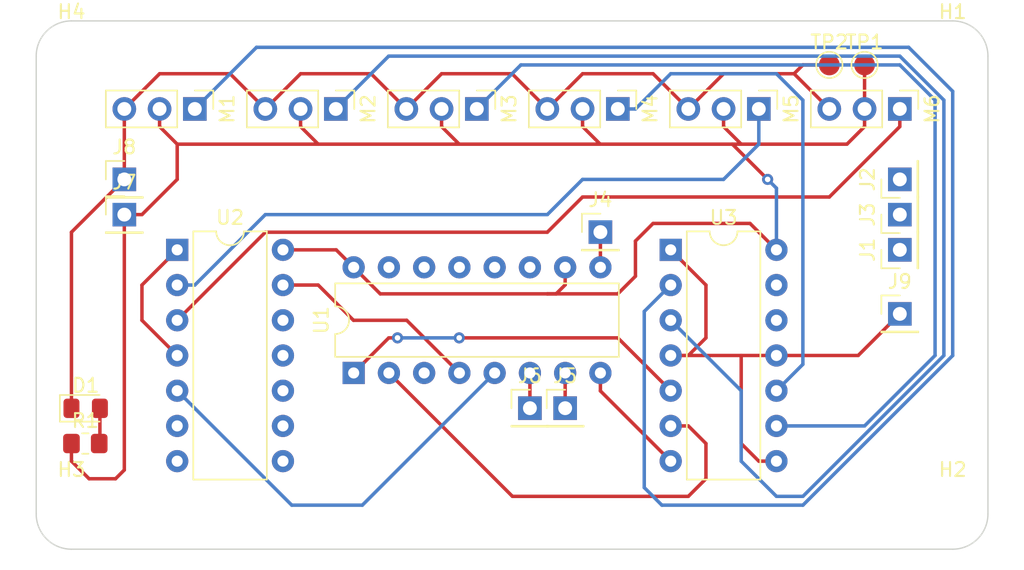
<source format=kicad_pcb>
(kicad_pcb (version 20221018) (generator pcbnew)
  (layers (0 "F.Cu" signal) (31 "B.Cu" signal) (34 "B.Paste" user) (35 "F.Paste" user) (36 "B.SilkS" user "B.Silkscreen") (37 "F.SilkS" user "F.Silkscreen") (38 "B.Mask" user) (39 "F.Mask" user) (44 "Edge.Cuts" user))
  (net 0 "")
  (net 1 "Net-(J1-Pin_1)")
  (net 2 "Net-(J2-Pin_1)")
  (net 3 "Net-(J3-Pin_1)")
  (net 4 "Net-(J4-Pin_1)")
  (net 5 "Net-(J5-Pin_1)")
  (net 6 "Net-(J6-Pin_1)")
  (net 7 "Net-(M1-PWM)")
  (net 8 "+5V")
  (net 9 "GND")
  (net 10 "Net-(M2-PWM)")
  (net 11 "Net-(M3-PWM)")
  (net 12 "Net-(M4-PWM)")
  (net 13 "Net-(M5-PWM)")
  (net 14 "Net-(M6-PWM)")
  (net 15 "Net-(U1-QB)")
  (net 16 "Net-(U1-QC)")
  (net 17 "Net-(U1-QD)")
  (net 18 "Net-(U1-QE)")
  (net 19 "Net-(U1-QF)")
  (net 20 "Net-(U1-QA)")
  (net 21 "Net-(D1-A)")
  (net 22 "Net-(J9-Pin_1)")
  (footprint "TestPoint:TestPoint_Pad_D1.5mm" (layer "F.Cu") (at 132.08 73.025)
    (fp_text reference "TP2" (at 0 -1.648) (layer "F.SilkS"))
    (fp_text value "TestPoint")
    (fp_circle (center 0 0) (end 0 0.95) (stroke (width 0.12)) (fill none) (layer "F.SilkS"))
    (pad "1" smd circle (at 0 0) (size 1.5 1.5) (layers "F.Cu" "F.Mask") (net 9 "GND"))
  )
  (footprint "MountingHole:MountingHole_2.2mm_M2" (layer "F.Cu") (at 77.47 72.39)
    (fp_text reference "H4" (at 0 -3.2) (layer "F.SilkS"))
    (fp_text value "MountingHole")
    (pad "" np_thru_hole circle (at 0 0) (size 2.2 2.2) (drill 2.2) (layers "*.Cu" "*.Mask"))
  )
  (footprint "Package_DIP:DIP-14_W7.62mm" (layer "F.Cu") (at 120.65 86.36)
    (fp_text reference "U3" (at 3.81 -2.33) (layer "F.SilkS"))
    (fp_text value "CD4066BE")
    (fp_line (start 1.16 -1.33) (end 1.16 16.57) (stroke (width 0.12)) (layer "F.SilkS"))
    (fp_line (start 1.16 16.57) (end 6.46 16.57) (stroke (width 0.12)) (layer "F.SilkS"))
    (fp_line (start 2.81 -1.33) (end 1.16 -1.33) (stroke (width 0.12)) (layer "F.SilkS"))
    (fp_line (start 6.46 -1.33) (end 4.81 -1.33) (stroke (width 0.12)) (layer "F.SilkS"))
    (fp_line (start 6.46 16.57) (end 6.46 -1.33) (stroke (width 0.12)) (layer "F.SilkS"))
    (fp_arc (start 4.81 -1.33) (mid 3.81 -0.33) (end 2.81 -1.33) (stroke (width 0.12)) (layer "F.SilkS"))
    (pad "1" thru_hole rect (at 0 0) (size 1.6 1.6) (drill 0.8) (layers "*.Cu" "*.Mask") (net 22 "Net-(J9-Pin_1)"))
    (pad "2" thru_hole oval (at 0 2.54) (size 1.6 1.6) (drill 0.8) (layers "*.Cu" "*.Mask") (net 7 "Net-(M1-PWM)"))
    (pad "3" thru_hole oval (at 0 5.08) (size 1.6 1.6) (drill 0.8) (layers "*.Cu" "*.Mask") (net 10 "Net-(M2-PWM)"))
    (pad "4" thru_hole oval (at 0 7.62) (size 1.6 1.6) (drill 0.8) (layers "*.Cu" "*.Mask") (net 22 "Net-(J9-Pin_1)"))
    (pad "5" thru_hole oval (at 0 10.16) (size 1.6 1.6) (drill 0.8) (layers "*.Cu" "*.Mask") (net 15 "Net-(U1-QB)"))
    (pad "6" thru_hole oval (at 0 12.7) (size 1.6 1.6) (drill 0.8) (layers "*.Cu" "*.Mask") (net 16 "Net-(U1-QC)"))
    (pad "7" thru_hole oval (at 0 15.24) (size 1.6 1.6) (drill 0.8) (layers "*.Cu" "*.Mask") (net 9 "GND"))
    (pad "8" thru_hole oval (at 7.62 15.24) (size 1.6 1.6) (drill 0.8) (layers "*.Cu" "*.Mask") (net 22 "Net-(J9-Pin_1)"))
    (pad "9" thru_hole oval (at 7.62 12.7) (size 1.6 1.6) (drill 0.8) (layers "*.Cu" "*.Mask") (net 11 "Net-(M3-PWM)"))
    (pad "10" thru_hole oval (at 7.62 10.16) (size 1.6 1.6) (drill 0.8) (layers "*.Cu" "*.Mask") (net 12 "Net-(M4-PWM)"))
    (pad "11" thru_hole oval (at 7.62 7.62) (size 1.6 1.6) (drill 0.8) (layers "*.Cu" "*.Mask") (net 22 "Net-(J9-Pin_1)"))
    (pad "12" thru_hole oval (at 7.62 5.08) (size 1.6 1.6) (drill 0.8) (layers "*.Cu" "*.Mask") (net 17 "Net-(U1-QD)"))
    (pad "13" thru_hole oval (at 7.62 2.54) (size 1.6 1.6) (drill 0.8) (layers "*.Cu" "*.Mask") (net 20 "Net-(U1-QA)"))
    (pad "14" thru_hole oval (at 7.62 0) (size 1.6 1.6) (drill 0.8) (layers "*.Cu" "*.Mask") (net 8 "+5V"))
  )
  (footprint "Connector_PinHeader_2.54mm:PinHeader_1x01_P2.54mm_Vertical" (layer "F.Cu") (at 81.28 81.28)
    (fp_text reference "J8" (at 0 -2.33) (layer "F.SilkS"))
    (fp_text value "Conn_01x01_Pin")
    (fp_line (start -1.33 -1.33) (end 0 -1.33) (stroke (width 0.12)) (layer "F.SilkS"))
    (fp_line (start -1.33 0) (end -1.33 -1.33) (stroke (width 0.12)) (layer "F.SilkS"))
    (fp_line (start -1.33 1.27) (end -1.33 1.33) (stroke (width 0.12)) (layer "F.SilkS"))
    (fp_line (start -1.33 1.27) (end 1.33 1.27) (stroke (width 0.12)) (layer "F.SilkS"))
    (fp_line (start -1.33 1.33) (end 1.33 1.33) (stroke (width 0.12)) (layer "F.SilkS"))
    (fp_line (start 1.33 1.27) (end 1.33 1.33) (stroke (width 0.12)) (layer "F.SilkS"))
    (pad "1" thru_hole rect (at 0 0) (size 1.7 1.7) (drill 1) (layers "*.Cu" "*.Mask") (net 9 "GND"))
  )
  (footprint "Connector_PinHeader_2.54mm:PinHeader_1x01_P2.54mm_Vertical" (layer "F.Cu") (at 137.16 90.98)
    (fp_text reference "J9" (at 0 -2.33) (layer "F.SilkS"))
    (fp_text value "Conn_01x01_Pin")
    (fp_line (start -1.33 -1.33) (end 0 -1.33) (stroke (width 0.12)) (layer "F.SilkS"))
    (fp_line (start -1.33 0) (end -1.33 -1.33) (stroke (width 0.12)) (layer "F.SilkS"))
    (fp_line (start -1.33 1.27) (end -1.33 1.33) (stroke (width 0.12)) (layer "F.SilkS"))
    (fp_line (start -1.33 1.27) (end 1.33 1.27) (stroke (width 0.12)) (layer "F.SilkS"))
    (fp_line (start -1.33 1.33) (end 1.33 1.33) (stroke (width 0.12)) (layer "F.SilkS"))
    (fp_line (start 1.33 1.27) (end 1.33 1.33) (stroke (width 0.12)) (layer "F.SilkS"))
    (pad "1" thru_hole rect (at 0 0) (size 1.7 1.7) (drill 1) (layers "*.Cu" "*.Mask") (net 22 "Net-(J9-Pin_1)"))
  )
  (footprint "Connector_PinHeader_2.54mm:PinHeader_1x01_P2.54mm_Vertical" (layer "F.Cu") (at 81.28 83.82)
    (fp_text reference "J7" (at 0 -2.33) (layer "F.SilkS"))
    (fp_text value "Conn_01x01_Pin")
    (fp_line (start -1.33 -1.33) (end 0 -1.33) (stroke (width 0.12)) (layer "F.SilkS"))
    (fp_line (start -1.33 0) (end -1.33 -1.33) (stroke (width 0.12)) (layer "F.SilkS"))
    (fp_line (start -1.33 1.27) (end -1.33 1.33) (stroke (width 0.12)) (layer "F.SilkS"))
    (fp_line (start -1.33 1.27) (end 1.33 1.27) (stroke (width 0.12)) (layer "F.SilkS"))
    (fp_line (start -1.33 1.33) (end 1.33 1.33) (stroke (width 0.12)) (layer "F.SilkS"))
    (fp_line (start 1.33 1.27) (end 1.33 1.33) (stroke (width 0.12)) (layer "F.SilkS"))
    (pad "1" thru_hole rect (at 0 0) (size 1.7 1.7) (drill 1) (layers "*.Cu" "*.Mask") (net 8 "+5V"))
  )
  (footprint "Connector_PinHeader_2.54mm:PinHeader_1x01_P2.54mm_Vertical" (layer "F.Cu") (at 137.16 81.28 90)
    (fp_text reference "J2" (at 0 -2.33 90) (layer "F.SilkS"))
    (fp_text value "Conn_01x01_Pin" hide)
    (fp_line (start -1.33 -1.33) (end 0 -1.33) (stroke (width 0.12)) (layer "F.SilkS"))
    (fp_line (start -1.33 0) (end -1.33 -1.33) (stroke (width 0.12)) (layer "F.SilkS"))
    (fp_line (start -1.33 1.27) (end -1.33 1.33) (stroke (width 0.12)) (layer "F.SilkS"))
    (fp_line (start -1.33 1.27) (end 1.33 1.27) (stroke (width 0.12)) (layer "F.SilkS"))
    (fp_line (start -1.33 1.33) (end 1.33 1.33) (stroke (width 0.12)) (layer "F.SilkS"))
    (fp_line (start 1.33 1.27) (end 1.33 1.33) (stroke (width 0.12)) (layer "F.SilkS"))
    (pad "1" thru_hole rect (at 0 0 90) (size 1.7 1.7) (drill 1) (layers "*.Cu" "*.Mask") (net 2 "Net-(J2-Pin_1)"))
  )
  (footprint "Connector_PinHeader_2.54mm:PinHeader_1x01_P2.54mm_Vertical" (layer "F.Cu") (at 110.505 97.78)
    (fp_text reference "J6" (at 0 -2.33) (layer "F.SilkS"))
    (fp_text value "Conn_01x01_Pin" hide)
    (fp_line (start -1.33 -1.33) (end 0 -1.33) (stroke (width 0.12)) (layer "F.SilkS"))
    (fp_line (start -1.33 0) (end -1.33 -1.33) (stroke (width 0.12)) (layer "F.SilkS"))
    (fp_line (start -1.33 1.27) (end -1.33 1.33) (stroke (width 0.12)) (layer "F.SilkS"))
    (fp_line (start -1.33 1.27) (end 1.33 1.27) (stroke (width 0.12)) (layer "F.SilkS"))
    (fp_line (start -1.33 1.33) (end 1.33 1.33) (stroke (width 0.12)) (layer "F.SilkS"))
    (fp_line (start 1.33 1.27) (end 1.33 1.33) (stroke (width 0.12)) (layer "F.SilkS"))
    (pad "1" thru_hole rect (at 0 0) (size 1.7 1.7) (drill 1) (layers "*.Cu" "*.Mask") (net 6 "Net-(J6-Pin_1)"))
  )
  (footprint "MountingHole:MountingHole_2.2mm_M2" (layer "F.Cu") (at 140.97 72.39)
    (fp_text reference "H1" (at 0 -3.2) (layer "F.SilkS"))
    (fp_text value "MountingHole")
    (pad "" np_thru_hole circle (at 0 0) (size 2.2 2.2) (drill 2.2) (layers "*.Cu" "*.Mask"))
  )
  (footprint "Connector_PinHeader_2.54mm:PinHeader_1x03_P2.54mm_Vertical" (layer "F.Cu") (at 137.16 76.2 -90)
    (fp_text reference "M6" (at 0 -2.33 90) (layer "F.SilkS"))
    (fp_text value "Motor_Servo")
    (fp_line (start -1.33 -1.33) (end 0 -1.33) (stroke (width 0.12)) (layer "F.SilkS"))
    (fp_line (start -1.33 0) (end -1.33 -1.33) (stroke (width 0.12)) (layer "F.SilkS"))
    (fp_line (start -1.33 1.27) (end -1.33 6.41) (stroke (width 0.12)) (layer "F.SilkS"))
    (fp_line (start -1.33 1.27) (end 1.33 1.27) (stroke (width 0.12)) (layer "F.SilkS"))
    (fp_line (start -1.33 6.41) (end 1.33 6.41) (stroke (width 0.12)) (layer "F.SilkS"))
    (fp_line (start 1.33 1.27) (end 1.33 6.41) (stroke (width 0.12)) (layer "F.SilkS"))
    (pad "1" thru_hole rect (at 0 0 270) (size 1.7 1.7) (drill 1) (layers "*.Cu" "*.Mask") (net 14 "Net-(M6-PWM)"))
    (pad "2" thru_hole oval (at 0 2.54 270) (size 1.7 1.7) (drill 1) (layers "*.Cu" "*.Mask") (net 8 "+5V"))
    (pad "3" thru_hole oval (at 0 5.08 270) (size 1.7 1.7) (drill 1) (layers "*.Cu" "*.Mask") (net 9 "GND"))
  )
  (footprint "Connector_PinHeader_2.54mm:PinHeader_1x03_P2.54mm_Vertical" (layer "F.Cu") (at 86.36 76.2 -90)
    (fp_text reference "M1" (at 0 -2.33 90) (layer "F.SilkS"))
    (fp_text value "Motor_Servo")
    (fp_line (start -1.33 -1.33) (end 0 -1.33) (stroke (width 0.12)) (layer "F.SilkS"))
    (fp_line (start -1.33 0) (end -1.33 -1.33) (stroke (width 0.12)) (layer "F.SilkS"))
    (fp_line (start -1.33 1.27) (end -1.33 6.41) (stroke (width 0.12)) (layer "F.SilkS"))
    (fp_line (start -1.33 1.27) (end 1.33 1.27) (stroke (width 0.12)) (layer "F.SilkS"))
    (fp_line (start -1.33 6.41) (end 1.33 6.41) (stroke (width 0.12)) (layer "F.SilkS"))
    (fp_line (start 1.33 1.27) (end 1.33 6.41) (stroke (width 0.12)) (layer "F.SilkS"))
    (pad "1" thru_hole rect (at 0 0 270) (size 1.7 1.7) (drill 1) (layers "*.Cu" "*.Mask") (net 7 "Net-(M1-PWM)"))
    (pad "2" thru_hole oval (at 0 2.54 270) (size 1.7 1.7) (drill 1) (layers "*.Cu" "*.Mask") (net 8 "+5V"))
    (pad "3" thru_hole oval (at 0 5.08 270) (size 1.7 1.7) (drill 1) (layers "*.Cu" "*.Mask") (net 9 "GND"))
  )
  (footprint "Connector_PinHeader_2.54mm:PinHeader_1x03_P2.54mm_Vertical" (layer "F.Cu") (at 106.68 76.2 -90)
    (fp_text reference "M3" (at 0 -2.33 90) (layer "F.SilkS"))
    (fp_text value "Motor_Servo")
    (fp_line (start -1.33 -1.33) (end 0 -1.33) (stroke (width 0.12)) (layer "F.SilkS"))
    (fp_line (start -1.33 0) (end -1.33 -1.33) (stroke (width 0.12)) (layer "F.SilkS"))
    (fp_line (start -1.33 1.27) (end -1.33 6.41) (stroke (width 0.12)) (layer "F.SilkS"))
    (fp_line (start -1.33 1.27) (end 1.33 1.27) (stroke (width 0.12)) (layer "F.SilkS"))
    (fp_line (start -1.33 6.41) (end 1.33 6.41) (stroke (width 0.12)) (layer "F.SilkS"))
    (fp_line (start 1.33 1.27) (end 1.33 6.41) (stroke (width 0.12)) (layer "F.SilkS"))
    (pad "1" thru_hole rect (at 0 0 270) (size 1.7 1.7) (drill 1) (layers "*.Cu" "*.Mask") (net 11 "Net-(M3-PWM)"))
    (pad "2" thru_hole oval (at 0 2.54 270) (size 1.7 1.7) (drill 1) (layers "*.Cu" "*.Mask") (net 8 "+5V"))
    (pad "3" thru_hole oval (at 0 5.08 270) (size 1.7 1.7) (drill 1) (layers "*.Cu" "*.Mask") (net 9 "GND"))
  )
  (footprint "Connector_PinHeader_2.54mm:PinHeader_1x03_P2.54mm_Vertical" (layer "F.Cu") (at 96.52 76.2 -90)
    (fp_text reference "M2" (at 0 -2.33 90) (layer "F.SilkS"))
    (fp_text value "Motor_Servo")
    (fp_line (start -1.33 -1.33) (end 0 -1.33) (stroke (width 0.12)) (layer "F.SilkS"))
    (fp_line (start -1.33 0) (end -1.33 -1.33) (stroke (width 0.12)) (layer "F.SilkS"))
    (fp_line (start -1.33 1.27) (end -1.33 6.41) (stroke (width 0.12)) (layer "F.SilkS"))
    (fp_line (start -1.33 1.27) (end 1.33 1.27) (stroke (width 0.12)) (layer "F.SilkS"))
    (fp_line (start -1.33 6.41) (end 1.33 6.41) (stroke (width 0.12)) (layer "F.SilkS"))
    (fp_line (start 1.33 1.27) (end 1.33 6.41) (stroke (width 0.12)) (layer "F.SilkS"))
    (pad "1" thru_hole rect (at 0 0 270) (size 1.7 1.7) (drill 1) (layers "*.Cu" "*.Mask") (net 10 "Net-(M2-PWM)"))
    (pad "2" thru_hole oval (at 0 2.54 270) (size 1.7 1.7) (drill 1) (layers "*.Cu" "*.Mask") (net 8 "+5V"))
    (pad "3" thru_hole oval (at 0 5.08 270) (size 1.7 1.7) (drill 1) (layers "*.Cu" "*.Mask") (net 9 "GND"))
  )
  (footprint "Connector_PinHeader_2.54mm:PinHeader_1x01_P2.54mm_Vertical" (layer "F.Cu") (at 137.16 86.36 90)
    (fp_text reference "J1" (at 0 -2.33 90) (layer "F.SilkS"))
    (fp_text value "Conn_01x01_Pin" hide)
    (fp_line (start -1.33 -1.33) (end 0 -1.33) (stroke (width 0.12)) (layer "F.SilkS"))
    (fp_line (start -1.33 0) (end -1.33 -1.33) (stroke (width 0.12)) (layer "F.SilkS"))
    (fp_line (start -1.33 1.27) (end -1.33 1.33) (stroke (width 0.12)) (layer "F.SilkS"))
    (fp_line (start -1.33 1.27) (end 1.33 1.27) (stroke (width 0.12)) (layer "F.SilkS"))
    (fp_line (start -1.33 1.33) (end 1.33 1.33) (stroke (width 0.12)) (layer "F.SilkS"))
    (fp_line (start 1.33 1.27) (end 1.33 1.33) (stroke (width 0.12)) (layer "F.SilkS"))
    (pad "1" thru_hole rect (at 0 0 90) (size 1.7 1.7) (drill 1) (layers "*.Cu" "*.Mask") (net 1 "Net-(J1-Pin_1)"))
  )
  (footprint "Package_DIP:DIP-14_W7.62mm" (layer "F.Cu") (at 85.09 86.36)
    (fp_text reference "U2" (at 3.81 -2.33) (layer "F.SilkS"))
    (fp_text value "CD4066BE")
    (fp_line (start 1.16 -1.33) (end 1.16 16.57) (stroke (width 0.12)) (layer "F.SilkS"))
    (fp_line (start 1.16 16.57) (end 6.46 16.57) (stroke (width 0.12)) (layer "F.SilkS"))
    (fp_line (start 2.81 -1.33) (end 1.16 -1.33) (stroke (width 0.12)) (layer "F.SilkS"))
    (fp_line (start 6.46 -1.33) (end 4.81 -1.33) (stroke (width 0.12)) (layer "F.SilkS"))
    (fp_line (start 6.46 16.57) (end 6.46 -1.33) (stroke (width 0.12)) (layer "F.SilkS"))
    (fp_arc (start 4.81 -1.33) (mid 3.81 -0.33) (end 2.81 -1.33) (stroke (width 0.12)) (layer "F.SilkS"))
    (pad "1" thru_hole rect (at 0 0) (size 1.6 1.6) (drill 0.8) (layers "*.Cu" "*.Mask") (net 22 "Net-(J9-Pin_1)"))
    (pad "2" thru_hole oval (at 0 2.54) (size 1.6 1.6) (drill 0.8) (layers "*.Cu" "*.Mask") (net 13 "Net-(M5-PWM)"))
    (pad "3" thru_hole oval (at 0 5.08) (size 1.6 1.6) (drill 0.8) (layers "*.Cu" "*.Mask") (net 14 "Net-(M6-PWM)"))
    (pad "4" thru_hole oval (at 0 7.62) (size 1.6 1.6) (drill 0.8) (layers "*.Cu" "*.Mask") (net 22 "Net-(J9-Pin_1)"))
    (pad "5" thru_hole oval (at 0 10.16) (size 1.6 1.6) (drill 0.8) (layers "*.Cu" "*.Mask") (net 19 "Net-(U1-QF)"))
    (pad "6" thru_hole oval (at 0 12.7) (size 1.6 1.6) (drill 0.8) (layers "*.Cu" "*.Mask"))
    (pad "7" thru_hole oval (at 0 15.24) (size 1.6 1.6) (drill 0.8) (layers "*.Cu" "*.Mask") (net 9 "GND"))
    (pad "8" thru_hole oval (at 7.62 15.24) (size 1.6 1.6) (drill 0.8) (layers "*.Cu" "*.Mask"))
    (pad "9" thru_hole oval (at 7.62 12.7) (size 1.6 1.6) (drill 0.8) (layers "*.Cu" "*.Mask"))
    (pad "10" thru_hole oval (at 7.62 10.16) (size 1.6 1.6) (drill 0.8) (layers "*.Cu" "*.Mask"))
    (pad "11" thru_hole oval (at 7.62 7.62) (size 1.6 1.6) (drill 0.8) (layers "*.Cu" "*.Mask"))
    (pad "12" thru_hole oval (at 7.62 5.08) (size 1.6 1.6) (drill 0.8) (layers "*.Cu" "*.Mask"))
    (pad "13" thru_hole oval (at 7.62 2.54) (size 1.6 1.6) (drill 0.8) (layers "*.Cu" "*.Mask") (net 18 "Net-(U1-QE)"))
    (pad "14" thru_hole oval (at 7.62 0) (size 1.6 1.6) (drill 0.8) (layers "*.Cu" "*.Mask") (net 8 "+5V"))
  )
  (footprint "Connector_PinHeader_2.54mm:PinHeader_1x01_P2.54mm_Vertical" (layer "F.Cu") (at 115.585 85.08)
    (fp_text reference "J4" (at 0 -2.33) (layer "F.SilkS"))
    (fp_text value "Conn_01x01_Pin" hide)
    (fp_line (start -1.33 -1.33) (end 0 -1.33) (stroke (width 0.12)) (layer "F.SilkS"))
    (fp_line (start -1.33 0) (end -1.33 -1.33) (stroke (width 0.12)) (layer "F.SilkS"))
    (fp_line (start -1.33 1.27) (end -1.33 1.33) (stroke (width 0.12)) (layer "F.SilkS"))
    (fp_line (start -1.33 1.27) (end 1.33 1.27) (stroke (width 0.12)) (layer "F.SilkS"))
    (fp_line (start -1.33 1.33) (end 1.33 1.33) (stroke (width 0.12)) (layer "F.SilkS"))
    (fp_line (start 1.33 1.27) (end 1.33 1.33) (stroke (width 0.12)) (layer "F.SilkS"))
    (pad "1" thru_hole rect (at 0 0) (size 1.7 1.7) (drill 1) (layers "*.Cu" "*.Mask") (net 4 "Net-(J4-Pin_1)"))
  )
  (footprint "Connector_PinHeader_2.54mm:PinHeader_1x03_P2.54mm_Vertical" (layer "F.Cu") (at 127 76.2 -90)
    (fp_text reference "M5" (at 0 -2.33 90) (layer "F.SilkS"))
    (fp_text value "Motor_Servo")
    (fp_line (start -1.33 -1.33) (end 0 -1.33) (stroke (width 0.12)) (layer "F.SilkS"))
    (fp_line (start -1.33 0) (end -1.33 -1.33) (stroke (width 0.12)) (layer "F.SilkS"))
    (fp_line (start -1.33 1.27) (end -1.33 6.41) (stroke (width 0.12)) (layer "F.SilkS"))
    (fp_line (start -1.33 1.27) (end 1.33 1.27) (stroke (width 0.12)) (layer "F.SilkS"))
    (fp_line (start -1.33 6.41) (end 1.33 6.41) (stroke (width 0.12)) (layer "F.SilkS"))
    (fp_line (start 1.33 1.27) (end 1.33 6.41) (stroke (width 0.12)) (layer "F.SilkS"))
    (pad "1" thru_hole rect (at 0 0 270) (size 1.7 1.7) (drill 1) (layers "*.Cu" "*.Mask") (net 13 "Net-(M5-PWM)"))
    (pad "2" thru_hole oval (at 0 2.54 270) (size 1.7 1.7) (drill 1) (layers "*.Cu" "*.Mask") (net 8 "+5V"))
    (pad "3" thru_hole oval (at 0 5.08 270) (size 1.7 1.7) (drill 1) (layers "*.Cu" "*.Mask") (net 9 "GND"))
  )
  (footprint "Connector_PinHeader_2.54mm:PinHeader_1x01_P2.54mm_Vertical" (layer "F.Cu") (at 137.16 83.82 90)
    (fp_text reference "J3" (at 0 -2.33 90) (layer "F.SilkS"))
    (fp_text value "Conn_01x01_Pin" hide)
    (fp_line (start -1.33 -1.33) (end 0 -1.33) (stroke (width 0.12)) (layer "F.SilkS"))
    (fp_line (start -1.33 0) (end -1.33 -1.33) (stroke (width 0.12)) (layer "F.SilkS"))
    (fp_line (start -1.33 1.27) (end -1.33 1.33) (stroke (width 0.12)) (layer "F.SilkS"))
    (fp_line (start -1.33 1.27) (end 1.33 1.27) (stroke (width 0.12)) (layer "F.SilkS"))
    (fp_line (start -1.33 1.33) (end 1.33 1.33) (stroke (width 0.12)) (layer "F.SilkS"))
    (fp_line (start 1.33 1.27) (end 1.33 1.33) (stroke (width 0.12)) (layer "F.SilkS"))
    (pad "1" thru_hole rect (at 0 0 90) (size 1.7 1.7) (drill 1) (layers "*.Cu" "*.Mask") (net 3 "Net-(J3-Pin_1)"))
  )
  (footprint "MountingHole:MountingHole_2.2mm_M2" (layer "F.Cu") (at 140.97 105.41)
    (fp_text reference "H2" (at 0 -3.2) (layer "F.SilkS"))
    (fp_text value "MountingHole")
    (pad "" np_thru_hole circle (at 0 0) (size 2.2 2.2) (drill 2.2) (layers "*.Cu" "*.Mask"))
  )
  (footprint "TestPoint:TestPoint_Pad_D1.5mm" (layer "F.Cu") (at 134.62 73.025)
    (fp_text reference "TP1" (at 0 -1.648) (layer "F.SilkS"))
    (fp_text value "TestPoint")
    (fp_circle (center 0 0) (end 0 0.95) (stroke (width 0.12)) (fill none) (layer "F.SilkS"))
    (pad "1" smd circle (at 0 0) (size 1.5 1.5) (layers "F.Cu" "F.Mask") (net 8 "+5V"))
  )
  (footprint "MountingHole:MountingHole_2.2mm_M2" (layer "F.Cu") (at 77.47 105.41)
    (fp_text reference "H3" (at 0 -3.2) (layer "F.SilkS"))
    (fp_text value "MountingHole")
    (pad "" np_thru_hole circle (at 0 0) (size 2.2 2.2) (drill 2.2) (layers "*.Cu" "*.Mask"))
  )
  (footprint "Connector_PinHeader_2.54mm:PinHeader_1x01_P2.54mm_Vertical" (layer "F.Cu") (at 113.045 97.78)
    (fp_text reference "J5" (at 0 -2.33) (layer "F.SilkS"))
    (fp_text value "Conn_01x01_Pin" hide)
    (fp_line (start -1.33 -1.33) (end 0 -1.33) (stroke (width 0.12)) (layer "F.SilkS"))
    (fp_line (start -1.33 0) (end -1.33 -1.33) (stroke (width 0.12)) (layer "F.SilkS"))
    (fp_line (start -1.33 1.27) (end -1.33 1.33) (stroke (width 0.12)) (layer "F.SilkS"))
    (fp_line (start -1.33 1.27) (end 1.33 1.27) (stroke (width 0.12)) (layer "F.SilkS"))
    (fp_line (start -1.33 1.33) (end 1.33 1.33) (stroke (width 0.12)) (layer "F.SilkS"))
    (fp_line (start 1.33 1.27) (end 1.33 1.33) (stroke (width 0.12)) (layer "F.SilkS"))
    (pad "1" thru_hole rect (at 0 0) (size 1.7 1.7) (drill 1) (layers "*.Cu" "*.Mask") (net 5 "Net-(J5-Pin_1)"))
  )
  (footprint "Package_DIP:DIP-16_W7.62mm" (layer "F.Cu") (at 97.805 95.24 90)
    (fp_text reference "U1" (at 3.81 -2.33 90) (layer "F.SilkS"))
    (fp_text value "74HC595")
    (fp_line (start 1.16 -1.33) (end 1.16 19.11) (stroke (width 0.12)) (layer "F.SilkS"))
    (fp_line (start 1.16 19.11) (end 6.46 19.11) (stroke (width 0.12)) (layer "F.SilkS"))
    (fp_line (start 2.81 -1.33) (end 1.16 -1.33) (stroke (width 0.12)) (layer "F.SilkS"))
    (fp_line (start 6.46 -1.33) (end 4.81 -1.33) (stroke (width 0.12)) (layer "F.SilkS"))
    (fp_line (start 6.46 19.11) (end 6.46 -1.33) (stroke (width 0.12)) (layer "F.SilkS"))
    (fp_arc (start 4.81 -1.33) (mid 3.81 -0.33) (end 2.81 -1.33) (stroke (width 0.12)) (layer "F.SilkS"))
    (pad "1" thru_hole rect (at 0 0 90) (size 1.6 1.6) (drill 0.8) (layers "*.Cu" "*.Mask") (net 15 "Net-(U1-QB)"))
    (pad "2" thru_hole oval (at 0 2.54 90) (size 1.6 1.6) (drill 0.8) (layers "*.Cu" "*.Mask") (net 16 "Net-(U1-QC)"))
    (pad "3" thru_hole oval (at 0 5.08 90) (size 1.6 1.6) (drill 0.8) (layers "*.Cu" "*.Mask") (net 17 "Net-(U1-QD)"))
    (pad "4" thru_hole oval (at 0 7.62 90) (size 1.6 1.6) (drill 0.8) (layers "*.Cu" "*.Mask") (net 18 "Net-(U1-QE)"))
    (pad "5" thru_hole oval (at 0 10.16 90) (size 1.6 1.6) (drill 0.8) (layers "*.Cu" "*.Mask") (net 19 "Net-(U1-QF)"))
    (pad "6" thru_hole oval (at 0 12.7 90) (size 1.6 1.6) (drill 0.8) (layers "*.Cu" "*.Mask") (net 6 "Net-(J6-Pin_1)"))
    (pad "7" thru_hole oval (at 0 15.24 90) (size 1.6 1.6) (drill 0.8) (layers "*.Cu" "*.Mask") (net 5 "Net-(J5-Pin_1)"))
    (pad "8" thru_hole oval (at 0 17.78 90) (size 1.6 1.6) (drill 0.8) (layers "*.Cu" "*.Mask") (net 9 "GND"))
    (pad "9" thru_hole oval (at 7.62 17.78 90) (size 1.6 1.6) (drill 0.8) (layers "*.Cu" "*.Mask") (net 4 "Net-(J4-Pin_1)"))
    (pad "10" thru_hole oval (at 7.62 15.24 90) (size 1.6 1.6) (drill 0.8) (layers "*.Cu" "*.Mask") (net 8 "+5V"))
    (pad "11" thru_hole oval (at 7.62 12.7 90) (size 1.6 1.6) (drill 0.8) (layers "*.Cu" "*.Mask") (net 2 "Net-(J2-Pin_1)"))
    (pad "12" thru_hole oval (at 7.62 10.16 90) (size 1.6 1.6) (drill 0.8) (layers "*.Cu" "*.Mask") (net 3 "Net-(J3-Pin_1)"))
    (pad "13" thru_hole oval (at 7.62 7.62 90) (size 1.6 1.6) (drill 0.8) (layers "*.Cu" "*.Mask") (net 9 "GND"))
    (pad "14" thru_hole oval (at 7.62 5.08 90) (size 1.6 1.6) (drill 0.8) (layers "*.Cu" "*.Mask") (net 1 "Net-(J1-Pin_1)"))
    (pad "15" thru_hole oval (at 7.62 2.54 90) (size 1.6 1.6) (drill 0.8) (layers "*.Cu" "*.Mask") (net 20 "Net-(U1-QA)"))
    (pad "16" thru_hole oval (at 7.62 0 90) (size 1.6 1.6) (drill 0.8) (layers "*.Cu" "*.Mask") (net 8 "+5V"))
  )
  (footprint "Resistor_SMD:R_0805_2012Metric_Pad1.20x1.40mm_HandSolder" (layer "F.Cu") (at 78.47 100.33)
    (fp_text reference "R1" (at 0 -1.65) (layer "F.SilkS"))
    (fp_text value "R")
    (fp_line (start -0.227064 -0.735) (end 0.227064 -0.735) (stroke (width 0.12)) (layer "F.SilkS"))
    (fp_line (start -0.227064 0.735) (end 0.227064 0.735) (stroke (width 0.12)) (layer "F.SilkS"))
    (pad "1" smd roundrect (at -1 0) (size 1.2 1.4) (layers "F.Cu" "F.Paste" "F.Mask") (roundrect_rratio 0.208333) (net 8 "+5V"))
    (pad "2" smd roundrect (at 1 0) (size 1.2 1.4) (layers "F.Cu" "F.Paste" "F.Mask") (roundrect_rratio 0.208333) (net 21 "Net-(D1-A)"))
  )
  (footprint "LED_SMD:LED_0805_2012Metric_Pad1.15x1.40mm_HandSolder" (layer "F.Cu") (at 78.495 97.79)
    (fp_text reference "D1" (at 0 -1.65) (layer "F.SilkS"))
    (fp_text value "LED")
    (fp_line (start -1.86 -0.96) (end -1.86 0.96) (stroke (width 0.12)) (layer "F.SilkS"))
    (fp_line (start -1.86 0.96) (end 1 0.96) (stroke (width 0.12)) (layer "F.SilkS"))
    (fp_line (start 1 -0.96) (end -1.86 -0.96) (stroke (width 0.12)) (layer "F.SilkS"))
    (pad "1" smd roundrect (at -1.025 0) (size 1.15 1.4) (layers "F.Cu" "F.Paste" "F.Mask") (roundrect_rratio 0.217391) (net 9 "GND"))
    (pad "2" smd roundrect (at 1.025 0) (size 1.15 1.4) (layers "F.Cu" "F.Paste" "F.Mask") (roundrect_rratio 0.217391) (net 21 "Net-(D1-A)"))
  )
  (footprint "Connector_PinHeader_2.54mm:PinHeader_1x03_P2.54mm_Vertical" (layer "F.Cu") (at 116.84 76.2 -90)
    (fp_text reference "M4" (at 0 -2.33 90) (layer "F.SilkS"))
    (fp_text value "Motor_Servo")
    (fp_line (start -1.33 -1.33) (end 0 -1.33) (stroke (width 0.12)) (layer "F.SilkS"))
    (fp_line (start -1.33 0) (end -1.33 -1.33) (stroke (width 0.12)) (layer "F.SilkS"))
    (fp_line (start -1.33 1.27) (end -1.33 6.41) (stroke (width 0.12)) (layer "F.SilkS"))
    (fp_line (start -1.33 1.27) (end 1.33 1.27) (stroke (width 0.12)) (layer "F.SilkS"))
    (fp_line (start -1.33 6.41) (end 1.33 6.41) (stroke (width 0.12)) (layer "F.SilkS"))
    (fp_line (start 1.33 1.27) (end 1.33 6.41) (stroke (width 0.12)) (layer "F.SilkS"))
    (pad "1" thru_hole rect (at 0 0 270) (size 1.7 1.7) (drill 1) (layers "*.Cu" "*.Mask") (net 12 "Net-(M4-PWM)"))
    (pad "2" thru_hole oval (at 0 2.54 270) (size 1.7 1.7) (drill 1) (layers "*.Cu" "*.Mask") (net 8 "+5V"))
    (pad "3" thru_hole oval (at 0 5.08 270) (size 1.7 1.7) (drill 1) (layers "*.Cu" "*.Mask") (net 9 "GND"))
  )
  (gr_arc (start 74.93 72.39) (mid 75.673949 70.593949) (end 77.47 69.85) (stroke (width 0.1)) (layer "Edge.Cuts"))
  (gr_arc (start 143.51 105.41) (mid 142.766051 107.206051) (end 140.97 107.95) (stroke (width 0.1)) (layer "Edge.Cuts"))
  (gr_line (start 140.97 107.95) (end 77.47 107.95) (stroke (width 0.1)) (layer "Edge.Cuts"))
  (gr_arc (start 77.47 107.95) (mid 75.673949 107.206051) (end 74.93 105.41) (stroke (width 0.1)) (layer "Edge.Cuts"))
  (gr_line (start 143.51 72.39) (end 143.51 105.41) (stroke (width 0.1)) (layer "Edge.Cuts"))
  (gr_line (start 77.47 69.85) (end 140.97 69.85) (stroke (width 0.1)) (layer "Edge.Cuts"))
  (gr_line (start 74.93 105.41) (end 74.93 72.39) (stroke (width 0.1)) (layer "Edge.Cuts"))
  (gr_arc (start 140.97 69.85) (mid 142.766051 70.593949) (end 143.51 72.39) (stroke (width 0.1)) (layer "Edge.Cuts"))
  (segment (start 115.585 85.08) (end 115.585 87.62) (width 0.25) (layer "F.Cu") (net 4))
  (segment (start 113.045 95.24) (end 113.045 97.78) (width 0.25) (layer "F.Cu") (net 5))
  (segment (start 110.505 95.24) (end 110.505 97.78) (width 0.25) (layer "F.Cu") (net 6))
  (segment (start 90.805 71.755) (end 137.795 71.755) (width 0.25) (layer "B.Cu") (net 7))
  (segment (start 118.745 103.505) (end 118.745 90.805) (width 0.25) (layer "B.Cu") (net 7))
  (segment (start 140.97 74.93) (end 140.97 93.982792) (width 0.25) (layer "B.Cu") (net 7))
  (segment (start 86.36 76.2) (end 90.805 71.755) (width 0.25) (layer "B.Cu") (net 7))
  (segment (start 118.745 90.805) (end 120.65 88.9) (width 0.25) (layer "B.Cu") (net 7))
  (segment (start 140.97 93.982792) (end 130.177792 104.775) (width 0.25) (layer "B.Cu") (net 7))
  (segment (start 120.015 104.775) (end 118.745 103.505) (width 0.25) (layer "B.Cu") (net 7))
  (segment (start 137.795 71.755) (end 140.97 74.93) (width 0.25) (layer "B.Cu") (net 7))
  (segment (start 130.177792 104.775) (end 120.015 104.775) (width 0.25) (layer "B.Cu") (net 7))
  (segment (start 96.545 86.36) (end 97.805 87.62) (width 0.25) (layer "F.Cu") (net 8))
  (segment (start 111.76 89.535) (end 99.72 89.535) (width 0.25) (layer "F.Cu") (net 8))
  (segment (start 127.635 81.28) (end 125.095 78.74) (width 0.25) (layer "F.Cu") (net 8))
  (segment (start 118.11 88.265) (end 116.84 89.535) (width 0.25) (layer "F.Cu") (net 8))
  (segment (start 104.14 77.47) (end 105.41 78.74) (width 0.25) (layer "F.Cu") (net 8))
  (segment (start 124.46 76.2) (end 124.46 77.47) (width 0.25) (layer "F.Cu") (net 8))
  (segment (start 104.14 76.2) (end 104.14 77.47) (width 0.25) (layer "F.Cu") (net 8))
  (segment (start 115.57 78.74) (end 125.095 78.74) (width 0.25) (layer "F.Cu") (net 8))
  (segment (start 116.84 89.535) (end 111.76 89.535) (width 0.25) (layer "F.Cu") (net 8))
  (segment (start 125.095 78.74) (end 125.73 78.74) (width 0.25) (layer "F.Cu") (net 8))
  (segment (start 78.74 102.87) (end 77.47 101.6) (width 0.25) (layer "F.Cu") (net 8))
  (segment (start 93.98 76.2) (end 93.98 77.47) (width 0.25) (layer "F.Cu") (net 8))
  (segment (start 114.3 77.47) (end 115.57 78.74) (width 0.25) (layer "F.Cu") (net 8))
  (segment (start 83.82 77.47) (end 85.09 78.74) (width 0.25) (layer "F.Cu") (net 8))
  (segment (start 113.045 88.885) (end 112.395 89.535) (width 0.25) (layer "F.Cu") (net 8))
  (segment (start 119.38 84.455) (end 118.11 85.725) (width 0.25) (layer "F.Cu") (net 8))
  (segment (start 105.41 78.74) (end 115.57 78.74) (width 0.25) (layer "F.Cu") (net 8))
  (segment (start 83.82 76.2) (end 83.82 77.47) (width 0.25) (layer "F.Cu") (net 8))
  (segment (start 134.62 77.47) (end 134.62 76.2) (width 0.25) (layer "F.Cu") (net 8))
  (segment (start 126.365 84.455) (end 119.38 84.455) (width 0.25) (layer "F.Cu") (net 8))
  (segment (start 95.25 78.74) (end 105.41 78.74) (width 0.25) (layer "F.Cu") (net 8))
  (segment (start 112.395 89.535) (end 111.76 89.535) (width 0.25) (layer "F.Cu") (net 8))
  (segment (start 85.09 78.74) (end 95.25 78.74) (width 0.25) (layer "F.Cu") (net 8))
  (segment (start 81.28 102.235) (end 80.645 102.87) (width 0.25) (layer "F.Cu") (net 8))
  (segment (start 93.98 77.47) (end 95.25 78.74) (width 0.25) (layer "F.Cu") (net 8))
  (segment (start 81.28 83.82) (end 82.55 83.82) (width 0.25) (layer "F.Cu") (net 8))
  (segment (start 85.09 81.28) (end 85.09 78.74) (width 0.25) (layer "F.Cu") (net 8))
  (segment (start 118.11 85.725) (end 118.11 88.265) (width 0.25) (layer "F.Cu") (net 8))
  (segment (start 128.27 86.36) (end 126.365 84.455) (width 0.25) (layer "F.Cu") (net 8))
  (segment (start 81.28 83.82) (end 81.28 102.235) (width 0.25) (layer "F.Cu") (net 8))
  (segment (start 99.72 89.535) (end 97.805 87.62) (width 0.25) (layer "F.Cu") (net 8))
  (segment (start 134.62 76.2) (end 134.62 73.025) (width 0.25) (layer "F.Cu") (net 8))
  (segment (start 124.46 77.47) (end 125.73 78.74) (width 0.25) (layer "F.Cu") (net 8))
  (segment (start 80.645 102.87) (end 78.74 102.87) (width 0.25) (layer "F.Cu") (net 8))
  (segment (start 113.045 87.62) (end 113.045 88.885) (width 0.25) (layer "F.Cu") (net 8))
  (segment (start 133.35 78.74) (end 134.62 77.47) (width 0.25) (layer "F.Cu") (net 8))
  (segment (start 114.3 76.2) (end 114.3 77.47) (width 0.25) (layer "F.Cu") (net 8))
  (segment (start 77.47 101.6) (end 77.47 100.33) (width 0.25) (layer "F.Cu") (net 8))
  (segment (start 82.55 83.82) (end 85.09 81.28) (width 0.25) (layer "F.Cu") (net 8))
  (segment (start 92.71 86.36) (end 96.545 86.36) (width 0.25) (layer "F.Cu") (net 8))
  (segment (start 125.73 78.74) (end 133.35 78.74) (width 0.25) (layer "F.Cu") (net 8))
  (via (at 127.635 81.28) (size 0.8) (drill 0.4) (layers "F.Cu" "B.Cu") (net 8))
  (segment (start 128.27 86.36) (end 128.27 81.915) (width 0.25) (layer "B.Cu") (net 8))
  (segment (start 128.27 81.915) (end 127.635 81.28) (width 0.25) (layer "B.Cu") (net 8))
  (segment (start 104.14 73.66) (end 109.22 73.66) (width 0.25) (layer "F.Cu") (net 9))
  (segment (start 132.08 73.025) (end 130.175 73.025) (width 0.25) (layer "F.Cu") (net 9))
  (segment (start 81.28 76.2) (end 83.82 73.66) (width 0.25) (layer "F.Cu") (net 9))
  (segment (start 83.82 73.66) (end 88.9 73.66) (width 0.25) (layer "F.Cu") (net 9))
  (segment (start 130.175 73.025) (end 129.54 73.66) (width 0.25) (layer "F.Cu") (net 9))
  (segment (start 120.65 101.6) (end 115.585 96.535) (width 0.25) (layer "F.Cu") (net 9))
  (segment (start 77.47 85.09) (end 77.47 97.79) (width 0.25) (layer "F.Cu") (net 9))
  (segment (start 111.76 76.2) (end 114.3 73.66) (width 0.25) (layer "F.Cu") (net 9))
  (segment (start 121.92 76.2) (end 124.46 73.66) (width 0.25) (layer "F.Cu") (net 9))
  (segment (start 109.22 73.66) (end 111.76 76.2) (width 0.25) (layer "F.Cu") (net 9))
  (segment (start 101.6 76.2) (end 104.14 73.66) (width 0.25) (layer "F.Cu") (net 9))
  (segment (start 81.28 81.28) (end 77.47 85.09) (width 0.25) (layer "F.Cu") (net 9))
  (segment (start 88.9 73.66) (end 91.44 76.2) (width 0.25) (layer "F.Cu") (net 9))
  (segment (start 129.54 73.66) (end 132.08 76.2) (width 0.25) (layer "F.Cu") (net 9))
  (segment (start 124.46 73.66) (end 129.54 73.66) (width 0.25) (layer "F.Cu") (net 9))
  (segment (start 91.44 76.2) (end 93.98 73.66) (width 0.25) (layer "F.Cu") (net 9))
  (segment (start 93.98 73.66) (end 99.06 73.66) (width 0.25) (layer "F.Cu") (net 9))
  (segment (start 114.3 73.66) (end 119.38 73.66) (width 0.25) (layer "F.Cu") (net 9))
  (segment (start 99.06 73.66) (end 101.6 76.2) (width 0.25) (layer "F.Cu") (net 9))
  (segment (start 115.585 96.535) (end 115.585 95.24) (width 0.25) (layer "F.Cu") (net 9))
  (segment (start 81.28 76.2) (end 81.28 81.28) (width 0.25) (layer "F.Cu") (net 9))
  (segment (start 119.38 73.66) (end 121.92 76.2) (width 0.25) (layer "F.Cu") (net 9))
  (segment (start 100.33 72.39) (end 137.161396 72.39) (width 0.25) (layer "B.Cu") (net 10))
  (segment (start 140.335 75.563604) (end 140.335 93.981396) (width 0.25) (layer "B.Cu") (net 10))
  (segment (start 128.27 104.14) (end 125.73 101.6) (width 0.25) (layer "B.Cu") (net 10))
  (segment (start 125.73 101.6) (end 125.73 96.52) (width 0.25) (layer "B.Cu") (net 10))
  (segment (start 130.176396 104.14) (end 128.27 104.14) (width 0.25) (layer "B.Cu") (net 10))
  (segment (start 96.52 76.2) (end 100.33 72.39) (width 0.25) (layer "B.Cu") (net 10))
  (segment (start 137.161396 72.39) (end 140.335 75.563604) (width 0.25) (layer "B.Cu") (net 10))
  (segment (start 125.73 96.52) (end 120.65 91.44) (width 0.25) (layer "B.Cu") (net 10))
  (segment (start 140.335 93.981396) (end 130.176396 104.14) (width 0.25) (layer "B.Cu") (net 10))
  (segment (start 139.7 75.565) (end 139.7 93.98) (width 0.25) (layer "B.Cu") (net 11))
  (segment (start 109.855 73.025) (end 137.16 73.025) (width 0.25) (layer "B.Cu") (net 11))
  (segment (start 137.16 73.025) (end 139.7 75.565) (width 0.25) (layer "B.Cu") (net 11))
  (segment (start 134.62 99.06) (end 128.27 99.06) (width 0.25) (layer "B.Cu") (net 11))
  (segment (start 106.68 76.2) (end 109.855 73.025) (width 0.25) (layer "B.Cu") (net 11))
  (segment (start 139.7 93.98) (end 134.62 99.06) (width 0.25) (layer "B.Cu") (net 11))
  (segment (start 130.175 75.565) (end 130.175 94.615) (width 0.25) (layer "B.Cu") (net 12))
  (segment (start 116.84 76.2) (end 118.11 76.2) (width 0.25) (layer "B.Cu") (net 12))
  (segment (start 128.27 73.66) (end 130.175 75.565) (width 0.25) (layer "B.Cu") (net 12))
  (segment (start 130.175 94.615) (end 128.27 96.52) (width 0.25) (layer "B.Cu") (net 12))
  (segment (start 120.65 73.66) (end 128.27 73.66) (width 0.25) (layer "B.Cu") (net 12))
  (segment (start 118.11 76.2) (end 120.65 73.66) (width 0.25) (layer "B.Cu") (net 12))
  (segment (start 111.76 83.82) (end 114.3 81.28) (width 0.25) (layer "B.Cu") (net 13))
  (segment (start 114.3 81.28) (end 124.46 81.28) (width 0.25) (layer "B.Cu") (net 13))
  (segment (start 86.36 88.9) (end 91.44 83.82) (width 0.25) (layer "B.Cu") (net 13))
  (segment (start 127 78.74) (end 127 76.2) (width 0.25) (layer "B.Cu") (net 13))
  (segment (start 124.46 81.28) (end 127 78.74) (width 0.25) (layer "B.Cu") (net 13))
  (segment (start 91.44 83.82) (end 111.76 83.82) (width 0.25) (layer "B.Cu") (net 13))
  (segment (start 85.09 88.9) (end 86.36 88.9) (width 0.25) (layer "B.Cu") (net 13))
  (segment (start 114.3 82.55) (end 132.08 82.55) (width 0.25) (layer "F.Cu") (net 14))
  (segment (start 111.76 85.09) (end 114.3 82.55) (width 0.25) (layer "F.Cu") (net 14))
  (segment (start 132.08 82.55) (end 137.16 77.47) (width 0.25) (layer "F.Cu") (net 14))
  (segment (start 137.16 77.47) (end 137.16 76.2) (width 0.25) (layer "F.Cu") (net 14))
  (segment (start 91.44 85.09) (end 111.76 85.09) (width 0.25) (layer "F.Cu") (net 14))
  (segment (start 85.09 91.44) (end 91.44 85.09) (width 0.25) (layer "F.Cu") (net 14))
  (segment (start 100.965 92.71) (end 100.335 92.71) (width 0.25) (layer "F.Cu") (net 15))
  (segment (start 116.84 92.71) (end 105.41 92.71) (width 0.25) (layer "F.Cu") (net 15))
  (segment (start 120.65 96.52) (end 116.84 92.71) (width 0.25) (layer "F.Cu") (net 15))
  (segment (start 100.335 92.71) (end 97.805 95.24) (width 0.25) (layer "F.Cu") (net 15))
  (via (at 100.965 92.71) (size 0.8) (drill 0.4) (layers "F.Cu" "B.Cu") (net 15))
  (via (at 105.41 92.71) (size 0.8) (drill 0.4) (layers "F.Cu" "B.Cu") (net 15))
  (segment (start 105.41 92.71) (end 100.965 92.71) (width 0.25) (layer "B.Cu") (net 15))
  (segment (start 123.19 100.33) (end 123.19 102.87) (width 0.25) (layer "F.Cu") (net 16))
  (segment (start 121.92 104.14) (end 109.245 104.14) (width 0.25) (layer "F.Cu") (net 16))
  (segment (start 109.245 104.14) (end 100.345 95.24) (width 0.25) (layer "F.Cu") (net 16))
  (segment (start 121.92 99.06) (end 123.19 100.33) (width 0.25) (layer "F.Cu") (net 16))
  (segment (start 123.19 102.87) (end 121.92 104.14) (width 0.25) (layer "F.Cu") (net 16))
  (segment (start 120.65 99.06) (end 121.92 99.06) (width 0.25) (layer "F.Cu") (net 16))
  (segment (start 101.625 91.44) (end 105.425 95.24) (width 0.25) (layer "F.Cu") (net 18))
  (segment (start 95.25 88.9) (end 97.79 91.44) (width 0.25) (layer "F.Cu") (net 18))
  (segment (start 92.71 88.9) (end 95.25 88.9) (width 0.25) (layer "F.Cu") (net 18))
  (segment (start 97.79 91.44) (end 101.625 91.44) (width 0.25) (layer "F.Cu") (net 18))
  (segment (start 93.345 104.775) (end 98.43 104.775) (width 0.25) (layer "B.Cu") (net 19))
  (segment (start 98.43 104.775) (end 107.965 95.24) (width 0.25) (layer "B.Cu") (net 19))
  (segment (start 85.09 96.52) (end 93.345 104.775) (width 0.25) (layer "B.Cu") (net 19))
  (segment (start 79.52 100.28) (end 79.47 100.33) (width 0.25) (layer "F.Cu") (net 21))
  (segment (start 79.52 97.79) (end 79.52 100.28) (width 0.25) (layer "F.Cu") (net 21))
  (segment (start 82.55 91.44) (end 85.09 93.98) (width 0.25) (layer "F.Cu") (net 22))
  (segment (start 123.19 92.71) (end 123.19 88.9) (width 0.25) (layer "F.Cu") (net 22))
  (segment (start 128.27 101.6) (end 127 101.6) (width 0.25) (layer "F.Cu") (net 22))
  (segment (start 85.09 86.36) (end 82.55 88.9) (width 0.25) (layer "F.Cu") (net 22))
  (segment (start 134.16 93.98) (end 137.16 90.98) (width 0.25) (layer "F.Cu") (net 22))
  (segment (start 128.27 93.98) (end 134.16 93.98) (width 0.25) (layer "F.Cu") (net 22))
  (segment (start 127 101.6) (end 125.73 100.33) (width 0.25) (layer "F.Cu") (net 22))
  (segment (start 120.65 93.98) (end 121.92 93.98) (width 0.25) (layer "F.Cu") (net 22))
  (segment (start 82.55 88.9) (end 82.55 91.44) (width 0.25) (layer "F.Cu") (net 22))
  (segment (start 123.19 88.9) (end 120.65 86.36) (width 0.25) (layer "F.Cu") (net 22))
  (segment (start 121.92 93.98) (end 123.19 92.71) (width 0.25) (layer "F.Cu") (net 22))
  (segment (start 125.73 100.33) (end 125.73 93.98) (width 0.25) (layer "F.Cu") (net 22))
  (segment (start 120.65 93.98) (end 125.73 93.98) (width 0.25) (layer "F.Cu") (net 22))
  (segment (start 125.73 93.98) (end 128.27 93.98) (width 0.25) (layer "F.Cu") (net 22))
)
</source>
